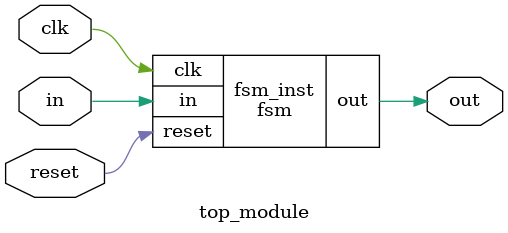
<source format=sv>
module fsm (
    input clk,
    input in,
    input reset,
    output reg out
);

    reg [1:0] state_next;
    reg [1:0] state;

    always @(posedge clk or posedge reset) begin
        if (reset) begin
            state <= 2'b01;
        end else begin
            state <= state_next;
        end
    end

    always @(*) begin
        case(state)
            2'b00: begin
                if (in)
                    state_next = 2'b01;
                else
                    state_next = 2'b00;
            end
            2'b01: begin
                if (in)
                    state_next = 2'b01;
                else
                    state_next = 2'b10;
            end
            2'b10: begin
                if (in)
                    state_next = 2'b01;
                else
                    state_next = 2'b00;
            end
        endcase
    end

    always @(posedge clk) begin
        if (reset)
            out <= 1'b1;
        else begin
            case(state)
                2'b00: out <= 1'b0;
                2'b01: out <= 1'b1;
                2'b10: out <= 1'b0;
            endcase
        end
    end

endmodule
module top_module (
    input clk,
    input in,
    input reset,
    output out
);
    fsm fsm_inst (
        .clk(clk),
        .in(in),
        .reset(reset),
        .out(out)
    );
endmodule

</source>
